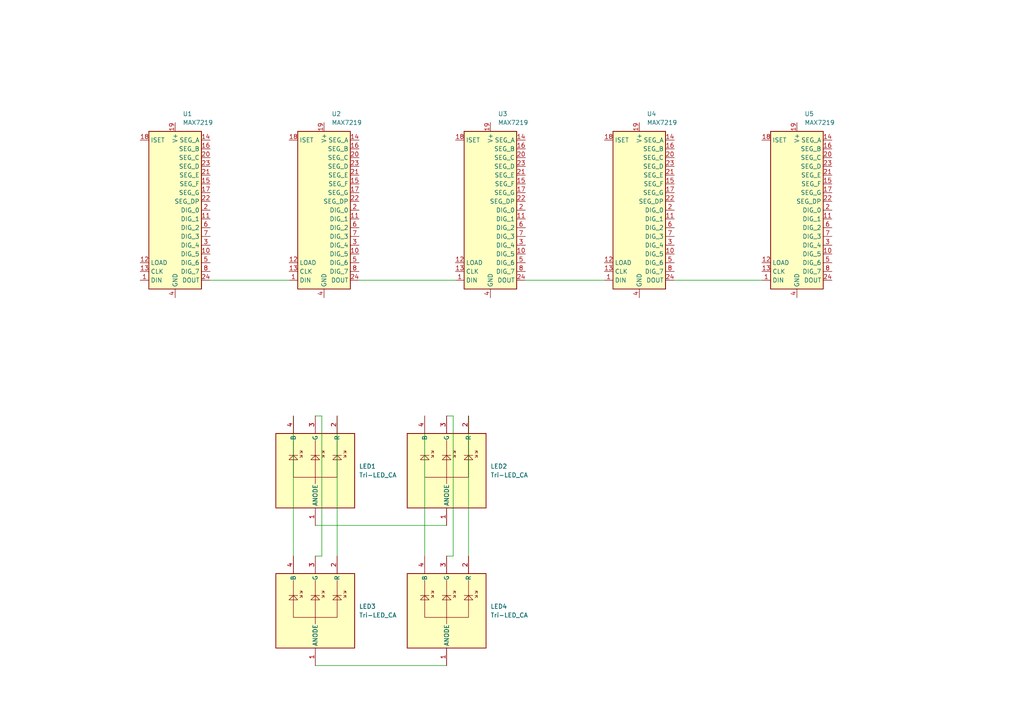
<source format=kicad_sch>
(kicad_sch (version 20230121) (generator eeschema)
  (paper "A4")
  (lib_symbols
    (symbol "Custom:Tri-LED_CA"
      (property "Reference" "LED" (at 26.67 8.255 0))
      (property "Value" "Tri-LED_CA" (at 26.67 5.715 0))
      (symbol "Tri-LED_CA_0_1"
        (polyline (pts (xy 11.43 -3.81) (xy 8.89 -3.81)))
        (polyline (pts (xy 17.78 -3.81) (xy 15.24 -3.81)))
        (polyline (pts (xy 24.13 -3.81) (xy 21.59 -3.81)))
        (polyline (pts (xy 16.51 0.635) (xy 16.51 -10.16) (xy 16.51 -12.065)))
        (polyline (pts (xy 10.16 -3.81) (xy 8.89 -5.08) (xy 11.43 -5.08) (xy 10.16 -3.81)))
        (polyline (pts (xy 16.51 -3.81) (xy 15.24 -5.08) (xy 17.78 -5.08) (xy 16.51 -3.81)))
        (polyline (pts (xy 22.86 -3.81) (xy 21.59 -5.08) (xy 24.13 -5.08) (xy 22.86 -3.81)))
        (polyline (pts (xy 22.86 0.635) (xy 22.86 -10.16) (xy 10.16 -10.16) (xy 10.16 0.635)))
        (polyline (pts (xy 12.065 -4.445) (xy 12.7 -3.81) (xy 12.065 -3.81) (xy 12.7 -3.81) (xy 12.7 -4.445)))
        (polyline (pts (xy 12.065 -3.175) (xy 12.7 -2.54) (xy 12.065 -2.54) (xy 12.7 -2.54) (xy 12.7 -3.175)))
        (polyline (pts (xy 18.415 -4.445) (xy 19.05 -3.81) (xy 18.415 -3.81) (xy 19.05 -3.81) (xy 19.05 -4.445)))
        (polyline (pts (xy 18.415 -3.175) (xy 19.05 -2.54) (xy 18.415 -2.54) (xy 19.05 -2.54) (xy 19.05 -3.175)))
        (polyline (pts (xy 24.765 -4.445) (xy 25.4 -3.81) (xy 24.765 -3.81) (xy 25.4 -3.81) (xy 25.4 -4.445)))
        (polyline (pts (xy 24.765 -3.175) (xy 25.4 -2.54) (xy 24.765 -2.54) (xy 25.4 -2.54) (xy 25.4 -3.175)))
      )
      (symbol "Tri-LED_CA_1_1"
        (rectangle (start 5.08 2.54) (end 27.94 -19.05) (stroke (width 0.254)) (fill (type background)))
        (pin passive line (at 16.51 -24.13 90) (length 5.08) (name "ANODE") (number "1"))
        (pin passive line (at 22.86 7.62 270) (length 5.08) (name "R") (number "2"))
        (pin passive line (at 16.51 7.62 270) (length 5.08) (name "G") (number "3"))
        (pin passive line (at 10.16 7.62 270) (length 5.08) (name "B") (number "4"))
      )
    )
    (symbol "Driver_LED:MAX7219"
      (property "Reference" "U" (at -6.35 24.13 0))
      (property "Value" "MAX7219" (at 1.27 25.4 0))
      (symbol "MAX7219_0_1"
        (rectangle (start -7.62 22.86) (end 7.62 -22.86) (stroke (width 0.254)) (fill (type background)))
      )
      (symbol "MAX7219_1_1"
        (pin input line (at -10.16 -20.32 0) (length 2.54) (name "DIN") (number "1"))
        (pin output line (at 10.16 -12.7 180) (length 2.54) (name "DIG_5") (number "10"))
        (pin output line (at 10.16 -2.54 180) (length 2.54) (name "DIG_1") (number "11"))
        (pin input line (at -10.16 -15.24 0) (length 2.54) (name "LOAD") (number "12"))
        (pin input line (at -10.16 -17.78 0) (length 2.54) (name "CLK") (number "13"))
        (pin output line (at 10.16 20.32 180) (length 2.54) (name "SEG_A") (number "14"))
        (pin output line (at 10.16 7.62 180) (length 2.54) (name "SEG_F") (number "15"))
        (pin output line (at 10.16 17.78 180) (length 2.54) (name "SEG_B") (number "16"))
        (pin output line (at 10.16 5.08 180) (length 2.54) (name "SEG_G") (number "17"))
        (pin input line (at -10.16 20.32 0) (length 2.54) (name "ISET") (number "18"))
        (pin power_in line (at 0 25.4 270) (length 2.54) (name "V+") (number "19"))
        (pin output line (at 10.16 0 180) (length 2.54) (name "DIG_0") (number "2"))
        (pin output line (at 10.16 15.24 180) (length 2.54) (name "SEG_C") (number "20"))
        (pin output line (at 10.16 10.16 180) (length 2.54) (name "SEG_E") (number "21"))
        (pin output line (at 10.16 2.54 180) (length 2.54) (name "SEG_DP") (number "22"))
        (pin output line (at 10.16 12.7 180) (length 2.54) (name "SEG_D") (number "23"))
        (pin output line (at 10.16 -20.32 180) (length 2.54) (name "DOUT") (number "24"))
        (pin output line (at 10.16 -10.16 180) (length 2.54) (name "DIG_4") (number "3"))
        (pin power_in line (at 0 -25.4 90) (length 2.54) (name "GND") (number "4"))
        (pin output line (at 10.16 -15.24 180) (length 2.54) (name "DIG_6") (number "5"))
        (pin output line (at 10.16 -5.08 180) (length 2.54) (name "DIG_2") (number "6"))
        (pin output line (at 10.16 -7.62 180) (length 2.54) (name "DIG_3") (number "7"))
        (pin output line (at 10.16 -17.78 180) (length 2.54) (name "DIG_7") (number "8"))
        (pin passive line (at 0 -25.4 90) (length 2.54) hide (name "GND") (number "9"))
      )
    )
  )
  (wire (pts (xy 129.54 120.65) (xy 131.445 120.65)))
  (wire (pts (xy 131.445 161.29) (xy 131.445 120.65)))
  (wire (pts (xy 93.345 161.29) (xy 93.345 120.65)))
  (wire (pts (xy 91.44 161.29) (xy 93.345 161.29)))
  (wire (pts (xy 195.58 81.28) (xy 220.98 81.28)))
  (wire (pts (xy 60.96 81.28) (xy 83.82 81.28)))
  (wire (pts (xy 135.89 120.65) (xy 135.89 161.29)))
  (wire (pts (xy 123.19 120.65) (xy 123.19 161.29)))
  (wire (pts (xy 97.79 120.65) (xy 97.79 161.29)))
  (wire (pts (xy 91.44 152.4) (xy 129.54 152.4)))
  (wire (pts (xy 129.54 161.29) (xy 131.445 161.29)))
  (wire (pts (xy 93.345 120.65) (xy 91.44 120.65)))
  (wire (pts (xy 85.09 120.65) (xy 85.09 161.29)))
  (wire (pts (xy 104.14 81.28) (xy 132.08 81.28)))
  (wire (pts (xy 152.4 81.28) (xy 175.26 81.28)))
  (wire (pts (xy 91.44 193.04) (xy 129.54 193.04)))
  (symbol (lib_id "Driver_LED:MAX7219") (at 93.98 60.96 0) (unit 1)
    (property "Reference" "U2" (at 96.1741 33.02 0) (effects (justify left)))
    (property "Value" "MAX7219" (at 96.1741 35.56 0) (effects (justify left)))
    (property "Datasheet" "https://datasheets.maximintegrated.com/en/ds/MAX7219-MAX7221.pdf" (effects hide))
  )
  (symbol (lib_id "Driver_LED:MAX7219") (at 185.42 60.96 0) (unit 1)
    (property "Reference" "U4" (at 187.6141 33.02 0) (effects (justify left)))
    (property "Value" "MAX7219" (at 187.6141 35.56 0) (effects (justify left)))
    (property "Datasheet" "https://datasheets.maximintegrated.com/en/ds/MAX7219-MAX7221.pdf" (effects hide))
  )
  (symbol (lib_id "Custom:Tri-LED_CA") (at 74.93 128.27 0) (unit 1)
    (property "Reference" "LED1" (at 104.14 135.255 0) (effects (justify left)))
    (property "Value" "Tri-LED_CA" (at 104.14 137.795 0) (effects (justify left)))
    (property "Footprint" "Footprints:LED_Cree-PLCC4_3.2x2.8mm_CCW" (effects hide))
  )
  (symbol (lib_id "Custom:Tri-LED_CA") (at 74.93 168.91 0) (unit 1)
    (property "Reference" "LED3" (at 104.14 175.895 0) (effects (justify left)))
    (property "Value" "Tri-LED_CA" (at 104.14 178.435 0) (effects (justify left)))
    (property "Footprint" "Footprints:LED_Cree-PLCC4_3.2x2.8mm_CCW" (effects hide))
  )
  (symbol (lib_id "Custom:Tri-LED_CA") (at 113.03 168.91 0) (unit 1)
    (property "Reference" "LED4" (at 142.24 175.895 0) (effects (justify left)))
    (property "Value" "Tri-LED_CA" (at 142.24 178.435 0) (effects (justify left)))
    (property "Footprint" "Footprints:LED_Cree-PLCC4_3.2x2.8mm_CCW" (effects hide))
  )
  (symbol (lib_id "Driver_LED:MAX7219") (at 142.24 60.96 0) (unit 1)
    (property "Reference" "U3" (at 144.4341 33.02 0) (effects (justify left)))
    (property "Value" "MAX7219" (at 144.4341 35.56 0) (effects (justify left)))
    (property "Datasheet" "https://datasheets.maximintegrated.com/en/ds/MAX7219-MAX7221.pdf" (effects hide))
  )
  (symbol (lib_id "Driver_LED:MAX7219") (at 50.8 60.96 0) (unit 1)
    (property "Reference" "U1" (at 52.9941 33.02 0) (effects (justify left)))
    (property "Value" "MAX7219" (at 52.9941 35.56 0) (effects (justify left)))
    (property "Datasheet" "https://datasheets.maximintegrated.com/en/ds/MAX7219-MAX7221.pdf" (effects hide))
  )
  (symbol (lib_id "Driver_LED:MAX7219") (at 231.14 60.96 0) (unit 1)
    (property "Reference" "U5" (at 233.3341 33.02 0) (effects (justify left)))
    (property "Value" "MAX7219" (at 233.3341 35.56 0) (effects (justify left)))
    (property "Datasheet" "https://datasheets.maximintegrated.com/en/ds/MAX7219-MAX7221.pdf" (effects hide))
  )
  (symbol (lib_id "Custom:Tri-LED_CA") (at 113.03 128.27 0) (unit 1)
    (property "Reference" "LED2" (at 142.24 135.255 0) (effects (justify left)))
    (property "Value" "Tri-LED_CA" (at 142.24 137.795 0) (effects (justify left)))
    (property "Footprint" "Footprints:LED_Cree-PLCC4_3.2x2.8mm_CCW" (effects hide))
  )
)
</source>
